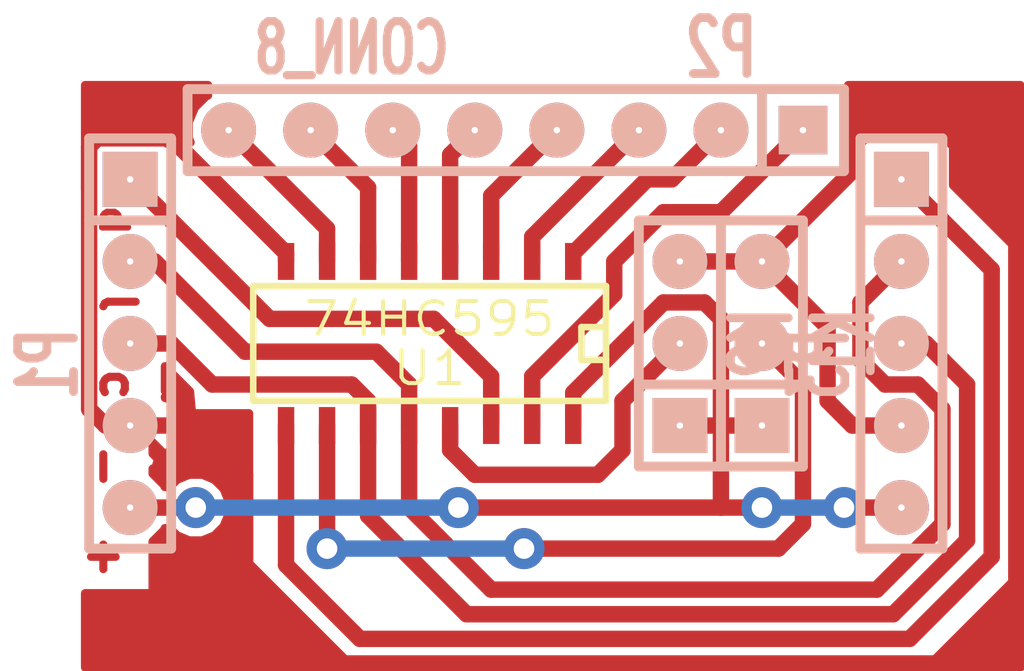
<source format=kicad_pcb>
(kicad_pcb (version 3) (host pcbnew "(2013-june-11)-stable")

  (general
    (links 24)
    (no_connects 0)
    (area 175.742599 111.226599 204.978001 129.540001)
    (thickness 1.6)
    (drawings 5)
    (tracks 119)
    (zones 0)
    (modules 6)
    (nets 17)
  )

  (page A3)
  (layers
    (15 F.Cu signal)
    (0 B.Cu signal)
    (16 B.Adhes user)
    (17 F.Adhes user)
    (18 B.Paste user)
    (19 F.Paste user)
    (20 B.SilkS user)
    (21 F.SilkS user)
    (22 B.Mask user)
    (23 F.Mask user)
    (24 Dwgs.User user)
    (25 Cmts.User user)
    (26 Eco1.User user)
    (27 Eco2.User user)
    (28 Edge.Cuts user)
  )

  (setup
    (last_trace_width 0.508)
    (trace_clearance 0.127)
    (zone_clearance 0.508)
    (zone_45_only no)
    (trace_min 0.254)
    (segment_width 0.2)
    (edge_width 0.15)
    (via_size 1.27)
    (via_drill 0.635)
    (via_min_size 0.889)
    (via_min_drill 0.508)
    (uvia_size 0.508)
    (uvia_drill 0.127)
    (uvias_allowed no)
    (uvia_min_size 0.508)
    (uvia_min_drill 0.127)
    (pcb_text_width 0.3)
    (pcb_text_size 1 1)
    (mod_edge_width 0.15)
    (mod_text_size 1 1)
    (mod_text_width 0.15)
    (pad_size 1.7 1.7)
    (pad_drill 0.2)
    (pad_to_mask_clearance 0)
    (aux_axis_origin 0 0)
    (visible_elements 7FFFFFEF)
    (pcbplotparams
      (layerselection 3178497)
      (usegerberextensions true)
      (excludeedgelayer true)
      (linewidth 0.150000)
      (plotframeref false)
      (viasonmask false)
      (mode 1)
      (useauxorigin false)
      (hpglpennumber 1)
      (hpglpenspeed 20)
      (hpglpendiameter 15)
      (hpglpenoverlay 2)
      (psnegative false)
      (psa4output false)
      (plotreference true)
      (plotvalue true)
      (plotothertext true)
      (plotinvisibletext false)
      (padsonsilk false)
      (subtractmaskfromsilk false)
      (outputformat 1)
      (mirror false)
      (drillshape 1)
      (scaleselection 1)
      (outputdirectory ""))
  )

  (net 0 "")
  (net 1 GND)
  (net 2 N-000001)
  (net 3 N-0000010)
  (net 4 N-0000011)
  (net 5 N-0000012)
  (net 6 N-0000013)
  (net 7 N-0000014)
  (net 8 N-0000015)
  (net 9 N-0000016)
  (net 10 N-000002)
  (net 11 N-000003)
  (net 12 N-000004)
  (net 13 N-000007)
  (net 14 N-000008)
  (net 15 N-000009)
  (net 16 VCC)

  (net_class Default "Toto je výchozí třída sítě."
    (clearance 0.127)
    (trace_width 0.508)
    (via_dia 1.27)
    (via_drill 0.635)
    (uvia_dia 0.508)
    (uvia_drill 0.127)
    (add_net "")
    (add_net GND)
    (add_net N-000001)
    (add_net N-0000010)
    (add_net N-0000011)
    (add_net N-0000012)
    (add_net N-0000013)
    (add_net N-0000014)
    (add_net N-0000015)
    (add_net N-0000016)
    (add_net N-000002)
    (add_net N-000003)
    (add_net N-000004)
    (add_net N-000007)
    (add_net N-000008)
    (add_net N-000009)
    (add_net VCC)
  )

  (net_class GND-fill ""
    (clearance 0.05)
    (trace_width 0.508)
    (via_dia 1.27)
    (via_drill 0.635)
    (uvia_dia 0.508)
    (uvia_drill 0.127)
  )

  (module SO16E (layer F.Cu) (tedit 4280700D) (tstamp 54610644)
    (at 186.563 119.38 180)
    (descr "Module CMS SOJ 16 pins etroit")
    (tags "CMS SOJ")
    (path /54608D07)
    (attr smd)
    (fp_text reference U1 (at 0 -0.762 180) (layer F.SilkS)
      (effects (font (size 1.016 1.143) (thickness 0.127)))
    )
    (fp_text value 74HC595 (at 0 0.762 180) (layer F.SilkS)
      (effects (font (size 1.016 1.143) (thickness 0.127)))
    )
    (fp_line (start -5.461 -1.778) (end 5.461 -1.778) (layer F.SilkS) (width 0.2032))
    (fp_line (start 5.461 -1.778) (end 5.461 1.778) (layer F.SilkS) (width 0.2032))
    (fp_line (start 5.461 1.778) (end -5.461 1.778) (layer F.SilkS) (width 0.2032))
    (fp_line (start -5.461 1.778) (end -5.461 -1.778) (layer F.SilkS) (width 0.2032))
    (fp_line (start -5.461 -0.508) (end -4.699 -0.508) (layer F.SilkS) (width 0.2032))
    (fp_line (start -4.699 -0.508) (end -4.699 0.508) (layer F.SilkS) (width 0.2032))
    (fp_line (start -4.699 0.508) (end -5.461 0.508) (layer F.SilkS) (width 0.2032))
    (pad 1 smd rect (at -4.445 2.54 180) (size 0.508 1.143)
      (layers F.Cu F.Paste F.Mask)
      (net 7 N-0000014)
    )
    (pad 2 smd rect (at -3.175 2.54 180) (size 0.508 1.143)
      (layers F.Cu F.Paste F.Mask)
      (net 6 N-0000013)
    )
    (pad 3 smd rect (at -1.905 2.54 180) (size 0.508 1.143)
      (layers F.Cu F.Paste F.Mask)
      (net 5 N-0000012)
    )
    (pad 4 smd rect (at -0.635 2.54 180) (size 0.508 1.143)
      (layers F.Cu F.Paste F.Mask)
      (net 4 N-0000011)
    )
    (pad 5 smd rect (at 0.635 2.54 180) (size 0.508 1.143)
      (layers F.Cu F.Paste F.Mask)
      (net 3 N-0000010)
    )
    (pad 6 smd rect (at 1.905 2.54 180) (size 0.508 1.143)
      (layers F.Cu F.Paste F.Mask)
      (net 15 N-000009)
    )
    (pad 7 smd rect (at 3.175 2.54 180) (size 0.508 1.143)
      (layers F.Cu F.Paste F.Mask)
      (net 14 N-000008)
    )
    (pad 8 smd rect (at 4.445 2.54 180) (size 0.508 1.143)
      (layers F.Cu F.Paste F.Mask)
      (net 1 GND)
    )
    (pad 9 smd rect (at 4.445 -2.54 180) (size 0.508 1.143)
      (layers F.Cu F.Paste F.Mask)
      (net 9 N-0000016)
    )
    (pad 10 smd rect (at 3.175 -2.54 180) (size 0.508 1.143)
      (layers F.Cu F.Paste F.Mask)
      (net 10 N-000002)
    )
    (pad 11 smd rect (at 1.905 -2.54 180) (size 0.508 1.143)
      (layers F.Cu F.Paste F.Mask)
      (net 12 N-000004)
    )
    (pad 12 smd rect (at 0.635 -2.54 180) (size 0.508 1.143)
      (layers F.Cu F.Paste F.Mask)
      (net 11 N-000003)
    )
    (pad 13 smd rect (at -0.635 -2.54 180) (size 0.508 1.143)
      (layers F.Cu F.Paste F.Mask)
      (net 2 N-000001)
    )
    (pad 14 smd rect (at -1.905 -2.54 180) (size 0.508 1.143)
      (layers F.Cu F.Paste F.Mask)
      (net 13 N-000007)
    )
    (pad 15 smd rect (at -3.175 -2.54 180) (size 0.508 1.143)
      (layers F.Cu F.Paste F.Mask)
      (net 8 N-0000015)
    )
    (pad 16 smd rect (at -4.445 -2.54 180) (size 0.508 1.143)
      (layers F.Cu F.Paste F.Mask)
      (net 16 VCC)
    )
    (model smd/cms_so16.wrl
      (at (xyz 0 0 0))
      (scale (xyz 0.5 0.3 0.5))
      (rotate (xyz 0 0 0))
    )
  )

  (module SIL-8 (layer B.Cu) (tedit 5465E42B) (tstamp 54610655)
    (at 189.23 112.776 180)
    (descr "Connecteur 8 pins")
    (tags "CONN DEV")
    (path /54608D34)
    (fp_text reference P2 (at -6.35 2.54 180) (layer B.SilkS)
      (effects (font (size 1.72974 1.08712) (thickness 0.3048)) (justify mirror))
    )
    (fp_text value CONN_8 (at 5.08 2.54 180) (layer B.SilkS)
      (effects (font (size 1.524 1.016) (thickness 0.3048)) (justify mirror))
    )
    (fp_line (start -10.16 1.27) (end 10.16 1.27) (layer B.SilkS) (width 0.3048))
    (fp_line (start 10.16 1.27) (end 10.16 -1.27) (layer B.SilkS) (width 0.3048))
    (fp_line (start 10.16 -1.27) (end -10.16 -1.27) (layer B.SilkS) (width 0.3048))
    (fp_line (start -10.16 -1.27) (end -10.16 1.27) (layer B.SilkS) (width 0.3048))
    (fp_line (start -7.62 -1.27) (end -7.62 1.27) (layer B.SilkS) (width 0.3048))
    (pad 1 thru_hole rect (at -8.89 0 180) (size 1.5 1.5) (drill 0.2)
      (layers *.Cu *.Mask B.SilkS)
      (net 8 N-0000015)
    )
    (pad 2 thru_hole circle (at -6.35 0 180) (size 1.7 1.7) (drill 0.2)
      (layers *.Cu *.Mask B.SilkS)
      (net 7 N-0000014)
    )
    (pad 3 thru_hole circle (at -3.81 0 180) (size 1.7 1.7) (drill 0.2)
      (layers *.Cu *.Mask B.SilkS)
      (net 6 N-0000013)
    )
    (pad 4 thru_hole circle (at -1.27 0 180) (size 1.7 1.7) (drill 0.2)
      (layers *.Cu *.Mask B.SilkS)
      (net 5 N-0000012)
    )
    (pad 5 thru_hole circle (at 1.27 0 180) (size 1.7 1.7) (drill 0.2)
      (layers *.Cu *.Mask B.SilkS)
      (net 4 N-0000011)
    )
    (pad 6 thru_hole circle (at 3.81 0 180) (size 1.7 1.7) (drill 0.2)
      (layers *.Cu *.Mask B.SilkS)
      (net 3 N-0000010)
    )
    (pad 7 thru_hole circle (at 6.35 0 180) (size 1.7 1.7) (drill 0.2)
      (layers *.Cu *.Mask B.SilkS)
      (net 15 N-000009)
    )
    (pad 8 thru_hole circle (at 8.89 0 180) (size 1.7 1.7) (drill 0.2)
      (layers *.Cu *.Mask B.SilkS)
      (net 14 N-000008)
    )
  )

  (module SIL-5 (layer B.Cu) (tedit 5465E5E2) (tstamp 54610663)
    (at 201.168 120.65 270)
    (descr "Connecteur 5 pins")
    (tags "CONN DEV")
    (path /546104A6)
    (fp_text reference P3 (at -0.635 2.54 270) (layer B.SilkS)
      (effects (font (size 1.72974 1.08712) (thickness 0.3048)) (justify mirror))
    )
    (fp_text value CONN_5 (at 0 2.54 270) (layer B.SilkS) hide
      (effects (font (size 1.524 1.016) (thickness 0.3048)) (justify mirror))
    )
    (fp_line (start -7.62 -1.27) (end -7.62 1.27) (layer B.SilkS) (width 0.3048))
    (fp_line (start -7.62 1.27) (end 5.08 1.27) (layer B.SilkS) (width 0.3048))
    (fp_line (start 5.08 1.27) (end 5.08 -1.27) (layer B.SilkS) (width 0.3048))
    (fp_line (start 5.08 -1.27) (end -7.62 -1.27) (layer B.SilkS) (width 0.3048))
    (fp_line (start -5.08 -1.27) (end -5.08 1.27) (layer B.SilkS) (width 0.3048))
    (pad 1 thru_hole rect (at -6.35 0 270) (size 1.7 1.7) (drill 0.2)
      (layers *.Cu *.Mask B.SilkS)
      (net 9 N-0000016)
    )
    (pad 2 thru_hole circle (at -3.81 0 270) (size 1.7 1.7) (drill 0.2)
      (layers *.Cu *.Mask B.SilkS)
      (net 11 N-000003)
    )
    (pad 3 thru_hole circle (at -1.27 0 270) (size 1.7 1.7) (drill 0.2)
      (layers *.Cu *.Mask B.SilkS)
      (net 12 N-000004)
    )
    (pad 4 thru_hole circle (at 1.27 0 270) (size 1.7 1.7) (drill 0.2)
      (layers *.Cu *.Mask B.SilkS)
      (net 1 GND)
    )
    (pad 5 thru_hole circle (at 3.81 0 270) (size 1.7 1.7) (drill 0.2)
      (layers *.Cu *.Mask B.SilkS)
      (net 16 VCC)
    )
  )

  (module SIL-5 (layer B.Cu) (tedit 5465E58C) (tstamp 54610671)
    (at 177.292 120.65 270)
    (descr "Connecteur 5 pins")
    (tags "CONN DEV")
    (path /546104B5)
    (fp_text reference P1 (at -0.635 2.54 270) (layer B.SilkS)
      (effects (font (size 1.72974 1.08712) (thickness 0.3048)) (justify mirror))
    )
    (fp_text value CONN_5 (at 0 2.54 270) (layer B.SilkS) hide
      (effects (font (size 1.524 1.016) (thickness 0.3048)) (justify mirror))
    )
    (fp_line (start -7.62 -1.27) (end -7.62 1.27) (layer B.SilkS) (width 0.3048))
    (fp_line (start -7.62 1.27) (end 5.08 1.27) (layer B.SilkS) (width 0.3048))
    (fp_line (start 5.08 1.27) (end 5.08 -1.27) (layer B.SilkS) (width 0.3048))
    (fp_line (start 5.08 -1.27) (end -7.62 -1.27) (layer B.SilkS) (width 0.3048))
    (fp_line (start -5.08 -1.27) (end -5.08 1.27) (layer B.SilkS) (width 0.3048))
    (pad 1 thru_hole rect (at -6.35 0 270) (size 1.7 1.7) (drill 0.2)
      (layers *.Cu *.Mask B.SilkS)
      (net 13 N-000007)
    )
    (pad 2 thru_hole circle (at -3.81 0 270) (size 1.7 1.7) (drill 0.2)
      (layers *.Cu *.Mask B.SilkS)
      (net 11 N-000003)
    )
    (pad 3 thru_hole circle (at -1.27 0 270) (size 1.7 1.7) (drill 0.2)
      (layers *.Cu *.Mask B.SilkS)
      (net 12 N-000004)
    )
    (pad 4 thru_hole circle (at 1.27 0 270) (size 1.7 1.7) (drill 0.2)
      (layers *.Cu *.Mask B.SilkS)
      (net 1 GND)
    )
    (pad 5 thru_hole circle (at 3.81 0 270) (size 1.7 1.7) (drill 0.2)
      (layers *.Cu *.Mask B.SilkS)
      (net 16 VCC)
    )
  )

  (module SIL-3 (layer B.Cu) (tedit 5465E5C8) (tstamp 5461067D)
    (at 196.85 119.38 90)
    (descr "Connecteur 3 pins")
    (tags "CONN DEV")
    (path /5460916E)
    (fp_text reference K1 (at 0 2.54 90) (layer B.SilkS)
      (effects (font (size 1.7907 1.07696) (thickness 0.3048)) (justify mirror))
    )
    (fp_text value CONN_3 (at 0 2.54 90) (layer B.SilkS) hide
      (effects (font (size 1.524 1.016) (thickness 0.3048)) (justify mirror))
    )
    (fp_line (start -3.81 -1.27) (end -3.81 1.27) (layer B.SilkS) (width 0.3048))
    (fp_line (start -3.81 1.27) (end 3.81 1.27) (layer B.SilkS) (width 0.3048))
    (fp_line (start 3.81 1.27) (end 3.81 -1.27) (layer B.SilkS) (width 0.3048))
    (fp_line (start 3.81 -1.27) (end -3.81 -1.27) (layer B.SilkS) (width 0.3048))
    (fp_line (start -1.27 1.27) (end -1.27 -1.27) (layer B.SilkS) (width 0.3048))
    (pad 1 thru_hole rect (at -2.54 0 90) (size 1.7 1.7) (drill 0.2)
      (layers *.Cu *.Mask B.SilkS)
      (net 16 VCC)
    )
    (pad 2 thru_hole circle (at 0 0 90) (size 1.7 1.7) (drill 0.2)
      (layers *.Cu *.Mask B.SilkS)
      (net 10 N-000002)
    )
    (pad 3 thru_hole circle (at 2.54 0 90) (size 1.7 1.7) (drill 0.2)
      (layers *.Cu *.Mask B.SilkS)
      (net 1 GND)
    )
  )

  (module SIL-3 (layer B.Cu) (tedit 5465E5B3) (tstamp 54610689)
    (at 194.31 119.38 90)
    (descr "Connecteur 3 pins")
    (tags "CONN DEV")
    (path /5460917D)
    (fp_text reference K2 (at 0 2.54 90) (layer B.SilkS)
      (effects (font (size 1.7907 1.07696) (thickness 0.3048)) (justify mirror))
    )
    (fp_text value CONN_3 (at 0 2.54 90) (layer B.SilkS) hide
      (effects (font (size 1.524 1.016) (thickness 0.3048)) (justify mirror))
    )
    (fp_line (start -3.81 -1.27) (end -3.81 1.27) (layer B.SilkS) (width 0.3048))
    (fp_line (start -3.81 1.27) (end 3.81 1.27) (layer B.SilkS) (width 0.3048))
    (fp_line (start 3.81 1.27) (end 3.81 -1.27) (layer B.SilkS) (width 0.3048))
    (fp_line (start 3.81 -1.27) (end -3.81 -1.27) (layer B.SilkS) (width 0.3048))
    (fp_line (start -1.27 1.27) (end -1.27 -1.27) (layer B.SilkS) (width 0.3048))
    (pad 1 thru_hole rect (at -2.54 0 90) (size 1.7 1.7) (drill 0.2)
      (layers *.Cu *.Mask B.SilkS)
      (net 16 VCC)
    )
    (pad 2 thru_hole circle (at 0 0 90) (size 1.7 1.7) (drill 0.2)
      (layers *.Cu *.Mask B.SilkS)
      (net 2 N-000001)
    )
    (pad 3 thru_hole circle (at 2.54 0 90) (size 1.7 1.7) (drill 0.2)
      (layers *.Cu *.Mask B.SilkS)
      (net 1 GND)
    )
  )

  (gr_text c (at 176.911 120.65 270) (layer F.Cu)
    (effects (font (size 1 1) (thickness 0.25)))
  )
  (gr_text l (at 176.911 118.11 270) (layer F.Cu)
    (effects (font (size 1 1) (thickness 0.25)))
  )
  (gr_text d (at 176.784 115.57 270) (layer F.Cu)
    (effects (font (size 0.8 1) (thickness 0.2)))
  )
  (gr_text - (at 176.53 123.19 270) (layer F.Cu)
    (effects (font (size 1 1) (thickness 0.25)))
  )
  (gr_text + (at 176.53 125.984 270) (layer F.Cu)
    (effects (font (size 1 1) (thickness 0.25)))
  )

  (segment (start 182.118 116.586) (end 182.118 116.84) (width 0.508) (layer F.Cu) (net 1) (tstamp 54611670))
  (segment (start 178.562 113.03) (end 182.118 116.586) (width 0.508) (layer F.Cu) (net 1) (tstamp 5461166E))
  (segment (start 176.276 113.03) (end 178.562 113.03) (width 0.508) (layer F.Cu) (net 1) (tstamp 5461166D))
  (segment (start 176.022 113.284) (end 176.276 113.03) (width 0.508) (layer F.Cu) (net 1) (tstamp 5461166B))
  (segment (start 176.022 121.412) (end 176.022 113.284) (width 0.508) (layer F.Cu) (net 1) (tstamp 5461166A))
  (segment (start 177.292 121.92) (end 176.53 121.92) (width 0.508) (layer F.Cu) (net 1))
  (segment (start 176.53 121.92) (end 176.022 121.412) (width 0.508) (layer F.Cu) (net 1) (tstamp 54611664))
  (segment (start 177.292 121.92) (end 179.324 121.92) (width 0.508) (layer F.Cu) (net 1))
  (segment (start 201.168 121.92) (end 199.644 121.92) (width 0.508) (layer F.Cu) (net 1))
  (segment (start 199.644 114.046) (end 196.85 116.84) (width 0.508) (layer F.Cu) (net 1) (tstamp 54610B07))
  (segment (start 199.644 113.284) (end 199.644 114.046) (width 0.508) (layer F.Cu) (net 1) (tstamp 54610B06))
  (segment (start 200.152 112.776) (end 199.644 113.284) (width 0.508) (layer F.Cu) (net 1) (tstamp 54610B05))
  (segment (start 202.438 112.776) (end 200.152 112.776) (width 0.508) (layer F.Cu) (net 1) (tstamp 54610B03))
  (segment (start 204.724 115.062) (end 202.438 112.776) (width 0.508) (layer F.Cu) (net 1) (tstamp 54610B01))
  (segment (start 204.724 129.286) (end 204.724 115.062) (width 0.508) (layer F.Cu) (net 1) (tstamp 54610AFF))
  (segment (start 204.724 129.286) (end 204.724 129.286) (width 0.508) (layer F.Cu) (net 1) (tstamp 54610AFD))
  (segment (start 183.896 129.286) (end 204.724 129.286) (width 0.508) (layer F.Cu) (net 1) (tstamp 54610AFB))
  (segment (start 180.848 126.238) (end 183.896 129.286) (width 0.508) (layer F.Cu) (net 1) (tstamp 54610AF8))
  (segment (start 180.848 123.444) (end 180.848 126.238) (width 0.508) (layer F.Cu) (net 1) (tstamp 54610AF7))
  (segment (start 198.882 118.872) (end 196.85 116.84) (width 0.508) (layer F.Cu) (net 1) (tstamp 54610AAD))
  (segment (start 198.882 121.158) (end 198.882 118.872) (width 0.508) (layer F.Cu) (net 1) (tstamp 54610AAB))
  (segment (start 179.324 121.92) (end 180.848 123.444) (width 0.508) (layer F.Cu) (net 1) (tstamp 54610AF6))
  (segment (start 199.644 121.92) (end 198.882 121.158) (width 0.508) (layer F.Cu) (net 1) (tstamp 54610AA9))
  (segment (start 196.85 116.84) (end 194.31 116.84) (width 0.508) (layer F.Cu) (net 1))
  (segment (start 187.198 121.92) (end 187.198 122.682) (width 0.508) (layer F.Cu) (net 2))
  (segment (start 187.198 122.682) (end 187.96 123.444) (width 0.508) (layer F.Cu) (net 2) (tstamp 546108A6))
  (segment (start 194.31 119.38) (end 194.31 119.38) (width 0.508) (layer F.Cu) (net 2) (tstamp 546108AD))
  (segment (start 192.532 121.158) (end 194.31 119.38) (width 0.508) (layer F.Cu) (net 2) (tstamp 546108AB))
  (segment (start 192.532 122.682) (end 192.532 121.158) (width 0.508) (layer F.Cu) (net 2) (tstamp 546108AA))
  (segment (start 191.77 123.444) (end 192.532 122.682) (width 0.508) (layer F.Cu) (net 2) (tstamp 546108A9))
  (segment (start 187.96 123.444) (end 191.77 123.444) (width 0.508) (layer F.Cu) (net 2) (tstamp 546108A7))
  (segment (start 185.928 116.84) (end 185.928 113.284) (width 0.508) (layer F.Cu) (net 3))
  (segment (start 185.928 113.284) (end 185.42 112.776) (width 0.508) (layer F.Cu) (net 3) (tstamp 546107E1))
  (segment (start 187.198 116.84) (end 187.198 113.538) (width 0.508) (layer F.Cu) (net 4))
  (segment (start 187.198 113.538) (end 187.96 112.776) (width 0.508) (layer F.Cu) (net 4) (tstamp 546107E4))
  (segment (start 188.468 116.84) (end 188.468 114.808) (width 0.508) (layer F.Cu) (net 5))
  (segment (start 188.468 114.808) (end 190.5 112.776) (width 0.508) (layer F.Cu) (net 5) (tstamp 546107E7))
  (segment (start 189.738 116.84) (end 189.738 116.078) (width 0.508) (layer F.Cu) (net 6))
  (segment (start 189.738 116.078) (end 193.04 112.776) (width 0.508) (layer F.Cu) (net 6) (tstamp 546107EB))
  (segment (start 191.008 116.84) (end 191.008 116.586) (width 0.508) (layer F.Cu) (net 7))
  (segment (start 195.58 113.03) (end 195.58 112.776) (width 0.508) (layer F.Cu) (net 7) (tstamp 546107F1))
  (segment (start 194.056 114.3) (end 195.58 112.776) (width 0.508) (layer F.Cu) (net 7) (tstamp 546107F0))
  (segment (start 193.294 114.3) (end 194.056 114.3) (width 0.508) (layer F.Cu) (net 7) (tstamp 546107EF))
  (segment (start 191.008 116.586) (end 193.294 114.3) (width 0.508) (layer F.Cu) (net 7) (tstamp 546107EE))
  (segment (start 189.738 121.92) (end 189.738 120.396) (width 0.508) (layer F.Cu) (net 8))
  (segment (start 195.58 115.316) (end 198.12 112.776) (width 0.508) (layer F.Cu) (net 8) (tstamp 5461080D))
  (segment (start 193.802 115.316) (end 195.58 115.316) (width 0.508) (layer F.Cu) (net 8) (tstamp 5461080C))
  (segment (start 192.278 116.84) (end 193.802 115.316) (width 0.508) (layer F.Cu) (net 8) (tstamp 5461080B))
  (segment (start 192.278 117.856) (end 192.278 116.84) (width 0.508) (layer F.Cu) (net 8) (tstamp 5461080A))
  (segment (start 189.738 120.396) (end 192.278 117.856) (width 0.508) (layer F.Cu) (net 8) (tstamp 54610809))
  (segment (start 182.118 121.92) (end 182.118 126.238) (width 0.508) (layer F.Cu) (net 9))
  (segment (start 203.962 117.094) (end 201.168 114.3) (width 0.508) (layer F.Cu) (net 9) (tstamp 54610A3F))
  (segment (start 203.962 125.984) (end 203.962 117.094) (width 0.508) (layer F.Cu) (net 9) (tstamp 54610A3E))
  (segment (start 201.422 128.524) (end 203.962 125.984) (width 0.508) (layer F.Cu) (net 9) (tstamp 54610A3D))
  (segment (start 184.404 128.524) (end 201.422 128.524) (width 0.508) (layer F.Cu) (net 9) (tstamp 54610A3B))
  (segment (start 182.118 126.238) (end 184.404 128.524) (width 0.508) (layer F.Cu) (net 9) (tstamp 54610A37))
  (segment (start 198.12 120.65) (end 196.85 119.38) (width 0.508) (layer F.Cu) (net 10) (tstamp 54610A9A))
  (segment (start 198.12 124.968) (end 198.12 120.65) (width 0.508) (layer F.Cu) (net 10) (tstamp 54610A93))
  (segment (start 197.358 125.73) (end 198.12 124.968) (width 0.508) (layer F.Cu) (net 10) (tstamp 54610A8F))
  (segment (start 189.484 125.73) (end 197.358 125.73) (width 0.508) (layer F.Cu) (net 10) (tstamp 54610A8E))
  (via (at 189.484 125.73) (size 1.27) (layers F.Cu B.Cu) (net 10))
  (segment (start 183.388 121.92) (end 183.388 125.73) (width 0.508) (layer F.Cu) (net 10))
  (via (at 183.388 125.73) (size 1.27) (layers F.Cu B.Cu) (net 10))
  (segment (start 183.388 125.73) (end 189.484 125.73) (width 0.508) (layer B.Cu) (net 10) (tstamp 54610A8B))
  (segment (start 199.898 119.888) (end 199.898 118.11) (width 0.508) (layer F.Cu) (net 11) (tstamp 546108C4))
  (segment (start 200.66 120.65) (end 199.898 119.888) (width 0.508) (layer F.Cu) (net 11) (tstamp 546108C3))
  (segment (start 201.676 120.65) (end 200.66 120.65) (width 0.508) (layer F.Cu) (net 11) (tstamp 546108C2))
  (segment (start 202.438 121.412) (end 201.676 120.65) (width 0.508) (layer F.Cu) (net 11) (tstamp 546108C1))
  (segment (start 202.438 124.968) (end 202.438 121.412) (width 0.508) (layer F.Cu) (net 11) (tstamp 546108C0))
  (segment (start 199.898 118.11) (end 201.168 116.84) (width 0.508) (layer F.Cu) (net 11) (tstamp 546108C5))
  (segment (start 185.928 121.92) (end 185.928 124.46) (width 0.508) (layer F.Cu) (net 11))
  (segment (start 185.928 120.65) (end 185.928 121.92) (width 0.508) (layer F.Cu) (net 11) (tstamp 54610800))
  (segment (start 184.912 119.634) (end 185.928 120.65) (width 0.508) (layer F.Cu) (net 11) (tstamp 546107FF))
  (segment (start 180.848 119.634) (end 184.912 119.634) (width 0.508) (layer F.Cu) (net 11) (tstamp 546107FD))
  (segment (start 177.292 116.84) (end 178.054 116.84) (width 0.508) (layer F.Cu) (net 11))
  (segment (start 178.054 116.84) (end 180.848 119.634) (width 0.508) (layer F.Cu) (net 11) (tstamp 546107FC))
  (segment (start 200.406 127) (end 202.438 124.968) (width 0.508) (layer F.Cu) (net 11) (tstamp 546108BF))
  (segment (start 188.468 127) (end 200.406 127) (width 0.508) (layer F.Cu) (net 11) (tstamp 546108BB))
  (segment (start 185.928 124.46) (end 188.468 127) (width 0.508) (layer F.Cu) (net 11) (tstamp 546108B4))
  (segment (start 201.168 119.38) (end 201.93 119.38) (width 0.508) (layer F.Cu) (net 12))
  (segment (start 201.93 119.38) (end 203.2 120.65) (width 0.508) (layer F.Cu) (net 12) (tstamp 54610829))
  (segment (start 200.914 127.762) (end 187.706 127.762) (width 0.508) (layer F.Cu) (net 12) (tstamp 5461082E))
  (segment (start 203.2 125.476) (end 200.914 127.762) (width 0.508) (layer F.Cu) (net 12) (tstamp 5461082C))
  (segment (start 203.2 120.65) (end 203.2 125.476) (width 0.508) (layer F.Cu) (net 12) (tstamp 5461082A))
  (segment (start 184.658 124.714) (end 184.658 121.92) (width 0.508) (layer F.Cu) (net 12) (tstamp 54610831))
  (segment (start 187.706 127.762) (end 184.658 124.714) (width 0.508) (layer F.Cu) (net 12) (tstamp 5461082F))
  (segment (start 184.658 121.158) (end 184.658 121.92) (width 0.508) (layer F.Cu) (net 12) (tstamp 54610806))
  (segment (start 177.292 119.38) (end 178.562 119.38) (width 0.508) (layer F.Cu) (net 12))
  (segment (start 178.562 119.38) (end 179.832 120.65) (width 0.508) (layer F.Cu) (net 12) (tstamp 54610803))
  (segment (start 179.832 120.65) (end 184.15 120.65) (width 0.508) (layer F.Cu) (net 12) (tstamp 54610804))
  (segment (start 184.15 120.65) (end 184.658 121.158) (width 0.508) (layer F.Cu) (net 12) (tstamp 54610805))
  (segment (start 177.292 114.3) (end 181.61 118.618) (width 0.508) (layer F.Cu) (net 13))
  (segment (start 188.468 121.666) (end 188.468 121.92) (width 0.508) (layer F.Cu) (net 13) (tstamp 546107FB))
  (segment (start 188.468 120.396) (end 188.468 121.666) (width 0.508) (layer F.Cu) (net 13) (tstamp 546107F9))
  (segment (start 186.69 118.618) (end 188.468 120.396) (width 0.508) (layer F.Cu) (net 13) (tstamp 546107F8))
  (segment (start 181.61 118.618) (end 186.69 118.618) (width 0.508) (layer F.Cu) (net 13) (tstamp 546107F7))
  (segment (start 183.388 116.84) (end 183.388 115.824) (width 0.508) (layer F.Cu) (net 14))
  (segment (start 183.388 115.824) (end 180.34 112.776) (width 0.508) (layer F.Cu) (net 14) (tstamp 546107DB))
  (segment (start 184.658 116.84) (end 184.658 114.554) (width 0.508) (layer F.Cu) (net 15))
  (segment (start 184.658 114.554) (end 182.88 112.776) (width 0.508) (layer F.Cu) (net 15) (tstamp 546107DE))
  (segment (start 195.58 121.92) (end 194.31 121.92) (width 0.508) (layer F.Cu) (net 16) (tstamp 5461092D))
  (segment (start 196.85 121.92) (end 195.58 121.92) (width 0.508) (layer F.Cu) (net 16))
  (segment (start 201.168 124.46) (end 199.39 124.46) (width 0.508) (layer F.Cu) (net 16))
  (segment (start 201.168 124.46) (end 201.168 124.206) (width 0.508) (layer F.Cu) (net 16))
  (segment (start 195.58 124.46) (end 187.452 124.46) (width 0.508) (layer F.Cu) (net 16))
  (segment (start 179.324 124.46) (end 177.292 124.46) (width 0.508) (layer F.Cu) (net 16) (tstamp 54610A7D))
  (via (at 179.324 124.46) (size 1.27) (layers F.Cu B.Cu) (net 16))
  (segment (start 187.452 124.46) (end 179.324 124.46) (width 0.508) (layer B.Cu) (net 16) (tstamp 54610A79))
  (via (at 187.452 124.46) (size 1.27) (layers F.Cu B.Cu) (net 16))
  (segment (start 196.85 124.46) (end 195.58 124.46) (width 0.508) (layer F.Cu) (net 16))
  (via (at 196.85 124.46) (size 1.27) (layers F.Cu B.Cu) (net 16))
  (segment (start 195.58 124.46) (end 195.58 121.92) (width 0.508) (layer F.Cu) (net 16) (tstamp 54610A15))
  (segment (start 195.58 118.618) (end 195.58 121.92) (width 0.508) (layer F.Cu) (net 16) (tstamp 5461092A))
  (segment (start 195.072 118.11) (end 195.58 118.618) (width 0.508) (layer F.Cu) (net 16) (tstamp 54610929))
  (segment (start 193.802 118.11) (end 195.072 118.11) (width 0.508) (layer F.Cu) (net 16) (tstamp 54610927))
  (via (at 199.39 124.46) (size 1.27) (layers F.Cu B.Cu) (net 16))
  (segment (start 199.39 124.46) (end 196.85 124.46) (width 0.508) (layer B.Cu) (net 16) (tstamp 546109F1))
  (segment (start 191.008 120.904) (end 193.802 118.11) (width 0.508) (layer F.Cu) (net 16) (tstamp 54610925))
  (segment (start 191.008 121.92) (end 191.008 120.904) (width 0.508) (layer F.Cu) (net 16))

  (zone (net 1) (net_name GND) (layer F.Cu) (tstamp 5465E7EB) (hatch edge 0.508)
    (connect_pads (clearance 0.618))
    (min_thickness 0.254)
    (fill (arc_segments 16) (thermal_gap 0.508) (thermal_bridge_width 0.508))
    (polygon
      (pts
        (xy 204.978 129.54) (xy 201.422 129.54) (xy 201.422 128.27) (xy 203.708 125.984) (xy 203.708 117.094)
        (xy 199.39 113.792) (xy 199.39 111.252) (xy 204.978 111.252)
      )
    )
    (filled_polygon
      (pts
        (xy 204.851 116.66088) (xy 204.6684 116.3876) (xy 204.668396 116.387597) (xy 202.763129 114.482329) (xy 202.763129 113.302461)
        (xy 202.649949 113.028543) (xy 202.44056 112.818788) (xy 202.16684 112.70513) (xy 201.870461 112.704871) (xy 200.170461 112.704871)
        (xy 199.896543 112.818051) (xy 199.686788 113.02744) (xy 199.615129 113.200014) (xy 199.615129 111.878461) (xy 199.517 111.640969)
        (xy 199.517 111.379) (xy 204.851 111.379) (xy 204.851 116.66088)
      )
    )
    (filled_polygon
      (pts
        (xy 204.851 129.413) (xy 201.855119 129.413) (xy 202.1284 129.2304) (xy 204.668396 126.690402) (xy 204.668399 126.6904)
        (xy 204.6684 126.6904) (xy 204.851 126.417119) (xy 204.851 129.413)
      )
    )
  )
  (zone (net 1) (net_name GND) (layer F.Cu) (tstamp 5465E919) (hatch edge 0.508)
    (connect_pads (clearance 0.254))
    (min_thickness 0.254)
    (fill (arc_segments 16) (thermal_gap 0.508) (thermal_bridge_width 0.508))
    (polygon
      (pts
        (xy 184.404 129.54) (xy 175.768 129.54) (xy 175.768 111.252) (xy 179.832 111.252) (xy 179.832 113.284)
        (xy 178.562 113.284) (xy 179.324 121.412) (xy 181.102 121.412) (xy 181.102 126.238)
      )
    )
    (filled_polygon
      (pts
        (xy 177.616558 122.064953) (xy 177.229063 122.064953) (xy 177.098252 121.934142) (xy 177.112395 121.92) (xy 177.098252 121.905857)
        (xy 177.277857 121.726252) (xy 177.292 121.740395) (xy 177.306142 121.726252) (xy 177.485747 121.905857) (xy 177.471605 121.92)
        (xy 177.616558 122.064953)
      )
    )
    (filled_polygon
      (pts
        (xy 179.705 111.706433) (xy 179.643606 111.731801) (xy 179.297018 112.077784) (xy 179.109215 112.530065) (xy 179.108787 113.019787)
        (xy 179.165482 113.157) (xy 178.422537 113.157) (xy 178.426131 113.195341) (xy 178.358101 113.127192) (xy 178.218118 113.069066)
        (xy 178.066547 113.068934) (xy 176.366547 113.068934) (xy 176.226463 113.126816) (xy 176.119192 113.233899) (xy 176.061066 113.373882)
        (xy 176.060934 113.525453) (xy 176.060934 114.636619) (xy 175.895 114.636619) (xy 175.895 111.379) (xy 179.705 111.379)
        (xy 179.705 111.706433)
      )
    )
    (filled_polygon
      (pts
        (xy 184.097395 129.413) (xy 175.895 129.413) (xy 175.895 127.109048) (xy 177.986 127.109048) (xy 177.986 125.505188)
        (xy 177.988394 125.504199) (xy 178.334982 125.158216) (xy 178.361231 125.095) (xy 178.522303 125.095) (xy 178.747731 125.320821)
        (xy 179.121018 125.475824) (xy 179.525208 125.476176) (xy 179.898766 125.321825) (xy 180.184821 125.036269) (xy 180.339824 124.662982)
        (xy 180.340176 124.258792) (xy 180.185825 123.885234) (xy 179.900269 123.599179) (xy 179.526982 123.444176) (xy 179.122792 123.443824)
        (xy 178.749234 123.598175) (xy 178.522012 123.825) (xy 178.361566 123.825) (xy 178.336199 123.763606) (xy 177.990216 123.417018)
        (xy 177.986 123.415267) (xy 177.986 123.25257) (xy 178.07608 123.215258) (xy 178.156352 122.963957) (xy 177.986 122.793605)
        (xy 177.986 122.434395) (xy 178.335957 122.784352) (xy 178.587258 122.70408) (xy 178.788717 122.148721) (xy 178.762314 121.558543)
        (xy 178.587258 121.13592) (xy 178.367 121.065563) (xy 178.367 121.024608) (xy 178.450669 120.940939) (xy 178.367 120.85727)
        (xy 178.367 120.083026) (xy 179.144767 120.860793) (xy 179.208349 121.539) (xy 180.975 121.539) (xy 180.975 126.290605)
        (xy 184.097395 129.413)
      )
    )
  )
)

</source>
